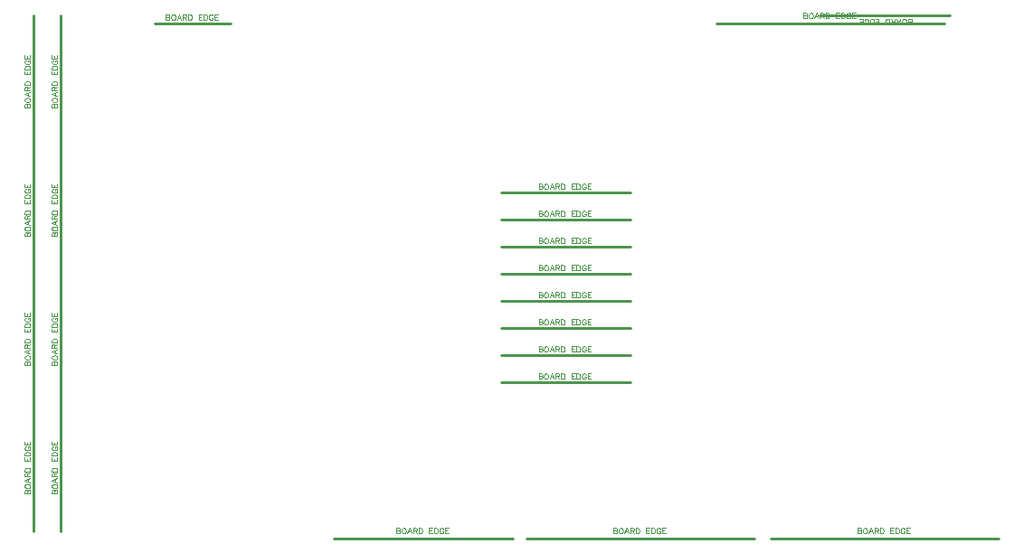
<source format=gbr>
G04 DipTrace 3.3.1.3*
G04 TopAssy.gbr*
%MOMM*%
G04 #@! TF.FileFunction,Drawing,Top*
G04 #@! TF.Part,Single*
%ADD10C,0.25*%
G04 #@! TA.AperFunction,Nonconductor*
%ADD51C,0.07843*%
%FSLAX35Y35*%
G04*
G71*
G90*
G75*
G01*
G04 TopAssy*
%LPD*%
X5778000Y1405992D2*
D10*
X7906000D1*
X8064000D2*
X10192000D1*
X7556000Y6231992D2*
X9684000D1*
X9736000Y6308994D2*
X8520000D1*
X2297000Y6232006D2*
X3005000D1*
X3974000Y1405992D2*
X5646000D1*
X1165494Y5091000D2*
Y6307000D1*
X1419494Y5091000D2*
Y6307000D1*
X1165494Y3884500D2*
Y5100500D1*
X1419494Y3884500D2*
Y5100500D1*
X1165494Y2678000D2*
Y3894000D1*
X1419494Y2678000D2*
Y3894000D1*
X1165494Y1471500D2*
Y2687500D1*
X1419494Y1471500D2*
Y2687500D1*
X5535500Y4644506D2*
X6751500D1*
X5535500Y4390506D2*
X6751500D1*
X5535500Y4136506D2*
X6751500D1*
X5535500Y3882506D2*
X6751500D1*
X5535500Y3628506D2*
X6751500D1*
X5535500Y3374506D2*
X6751500D1*
X5535500Y3120506D2*
X6751500D1*
X5535500Y2866506D2*
X6751500D1*
X6589498Y1503270D2*
D51*
Y1452226D1*
X6611398D1*
X6618698Y1454697D1*
X6621112Y1457112D1*
X6623527Y1461941D1*
Y1469241D1*
X6621112Y1474126D1*
X6618698Y1476541D1*
X6611398Y1478955D1*
X6618698Y1481426D1*
X6621112Y1483841D1*
X6623527Y1488670D1*
Y1493555D1*
X6621112Y1498385D1*
X6618698Y1500855D1*
X6611398Y1503270D1*
X6589498D1*
Y1478955D2*
X6611398D1*
X6653813Y1503270D2*
X6648928Y1500855D1*
X6644098Y1495970D1*
X6641628Y1491141D1*
X6639213Y1483841D1*
Y1471655D1*
X6641628Y1464412D1*
X6644098Y1459526D1*
X6648928Y1454697D1*
X6653813Y1452226D1*
X6663528D1*
X6668357Y1454697D1*
X6673242Y1459526D1*
X6675657Y1464412D1*
X6678072Y1471655D1*
Y1483841D1*
X6675657Y1491141D1*
X6673242Y1495970D1*
X6668357Y1500855D1*
X6663528Y1503270D1*
X6653813D1*
X6732672Y1452226D2*
X6713187Y1503270D1*
X6693758Y1452226D1*
X6701058Y1469241D2*
X6725372D1*
X6748359Y1478955D2*
X6770203D1*
X6777503Y1481426D1*
X6779973Y1483841D1*
X6782388Y1488670D1*
Y1493555D1*
X6779973Y1498385D1*
X6777503Y1500855D1*
X6770203Y1503270D1*
X6748359D1*
Y1452226D1*
X6765373Y1478955D2*
X6782388Y1452226D1*
X6798074Y1503270D2*
Y1452226D1*
X6815089D1*
X6822389Y1454697D1*
X6827274Y1459526D1*
X6829689Y1464412D1*
X6832103Y1471655D1*
Y1483841D1*
X6829689Y1491141D1*
X6827274Y1495970D1*
X6822389Y1500855D1*
X6815089Y1503270D1*
X6798074D1*
X6928727D2*
X6897168D1*
Y1452226D1*
X6928727D1*
X6897168Y1478955D2*
X6916598D1*
X6944413Y1503270D2*
Y1452226D1*
X6961428D1*
X6968728Y1454697D1*
X6973613Y1459526D1*
X6976028Y1464412D1*
X6978442Y1471655D1*
Y1483841D1*
X6976028Y1491141D1*
X6973613Y1495970D1*
X6968728Y1500855D1*
X6961428Y1503270D1*
X6944413D1*
X7030572Y1491141D2*
X7028158Y1495970D1*
X7023272Y1500855D1*
X7018443Y1503270D1*
X7008729D1*
X7003843Y1500855D1*
X6999014Y1495970D1*
X6996543Y1491141D1*
X6994129Y1483841D1*
Y1471655D1*
X6996543Y1464412D1*
X6999014Y1459526D1*
X7003843Y1454697D1*
X7008729Y1452226D1*
X7018443D1*
X7023272Y1454697D1*
X7028158Y1459526D1*
X7030572Y1464412D1*
Y1471655D1*
X7018443D1*
X7077817Y1503270D2*
X7046259D1*
Y1452226D1*
X7077817D1*
X7046259Y1478955D2*
X7065688D1*
X8875498Y1503270D2*
Y1452226D1*
X8897398D1*
X8904698Y1454697D1*
X8907112Y1457112D1*
X8909527Y1461941D1*
Y1469241D1*
X8907112Y1474126D1*
X8904698Y1476541D1*
X8897398Y1478955D1*
X8904698Y1481426D1*
X8907112Y1483841D1*
X8909527Y1488670D1*
Y1493555D1*
X8907112Y1498385D1*
X8904698Y1500855D1*
X8897398Y1503270D1*
X8875498D1*
Y1478955D2*
X8897398D1*
X8939813Y1503270D2*
X8934928Y1500855D1*
X8930098Y1495970D1*
X8927628Y1491141D1*
X8925213Y1483841D1*
Y1471655D1*
X8927628Y1464412D1*
X8930098Y1459526D1*
X8934928Y1454697D1*
X8939813Y1452226D1*
X8949528D1*
X8954357Y1454697D1*
X8959242Y1459526D1*
X8961657Y1464412D1*
X8964072Y1471655D1*
Y1483841D1*
X8961657Y1491141D1*
X8959242Y1495970D1*
X8954357Y1500855D1*
X8949528Y1503270D1*
X8939813D1*
X9018672Y1452226D2*
X8999187Y1503270D1*
X8979758Y1452226D1*
X8987058Y1469241D2*
X9011372D1*
X9034359Y1478955D2*
X9056203D1*
X9063503Y1481426D1*
X9065973Y1483841D1*
X9068388Y1488670D1*
Y1493555D1*
X9065973Y1498385D1*
X9063503Y1500855D1*
X9056203Y1503270D1*
X9034359D1*
Y1452226D1*
X9051373Y1478955D2*
X9068388Y1452226D1*
X9084074Y1503270D2*
Y1452226D1*
X9101089D1*
X9108389Y1454697D1*
X9113274Y1459526D1*
X9115689Y1464412D1*
X9118103Y1471655D1*
Y1483841D1*
X9115689Y1491141D1*
X9113274Y1495970D1*
X9108389Y1500855D1*
X9101089Y1503270D1*
X9084074D1*
X9214727D2*
X9183168D1*
Y1452226D1*
X9214727D1*
X9183168Y1478955D2*
X9202598D1*
X9230413Y1503270D2*
Y1452226D1*
X9247428D1*
X9254728Y1454697D1*
X9259613Y1459526D1*
X9262028Y1464412D1*
X9264442Y1471655D1*
Y1483841D1*
X9262028Y1491141D1*
X9259613Y1495970D1*
X9254728Y1500855D1*
X9247428Y1503270D1*
X9230413D1*
X9316572Y1491141D2*
X9314158Y1495970D1*
X9309272Y1500855D1*
X9304443Y1503270D1*
X9294729D1*
X9289843Y1500855D1*
X9285014Y1495970D1*
X9282543Y1491141D1*
X9280129Y1483841D1*
Y1471655D1*
X9282543Y1464412D1*
X9285014Y1459526D1*
X9289843Y1454697D1*
X9294729Y1452226D1*
X9304443D1*
X9309272Y1454697D1*
X9314158Y1459526D1*
X9316572Y1464412D1*
Y1471655D1*
X9304443D1*
X9363817Y1503270D2*
X9332259D1*
Y1452226D1*
X9363817D1*
X9332259Y1478955D2*
X9351688D1*
X8367498Y6329270D2*
Y6278226D1*
X8389398D1*
X8396698Y6280697D1*
X8399112Y6283112D1*
X8401527Y6287941D1*
Y6295241D1*
X8399112Y6300126D1*
X8396698Y6302541D1*
X8389398Y6304955D1*
X8396698Y6307426D1*
X8399112Y6309841D1*
X8401527Y6314670D1*
Y6319555D1*
X8399112Y6324385D1*
X8396698Y6326855D1*
X8389398Y6329270D1*
X8367498D1*
Y6304955D2*
X8389398D1*
X8431813Y6329270D2*
X8426928Y6326855D1*
X8422098Y6321970D1*
X8419628Y6317141D1*
X8417213Y6309841D1*
Y6297655D1*
X8419628Y6290412D1*
X8422098Y6285526D1*
X8426928Y6280697D1*
X8431813Y6278226D1*
X8441528D1*
X8446357Y6280697D1*
X8451242Y6285526D1*
X8453657Y6290412D1*
X8456072Y6297655D1*
Y6309841D1*
X8453657Y6317141D1*
X8451242Y6321970D1*
X8446357Y6326855D1*
X8441528Y6329270D1*
X8431813D1*
X8510672Y6278226D2*
X8491187Y6329270D1*
X8471758Y6278226D1*
X8479058Y6295241D2*
X8503372D1*
X8526359Y6304955D2*
X8548203D1*
X8555503Y6307426D1*
X8557973Y6309841D1*
X8560388Y6314670D1*
Y6319555D1*
X8557973Y6324385D1*
X8555503Y6326855D1*
X8548203Y6329270D1*
X8526359D1*
Y6278226D1*
X8543373Y6304955D2*
X8560388Y6278226D1*
X8576074Y6329270D2*
Y6278226D1*
X8593089D1*
X8600389Y6280697D1*
X8605274Y6285526D1*
X8607689Y6290412D1*
X8610103Y6297655D1*
Y6309841D1*
X8607689Y6317141D1*
X8605274Y6321970D1*
X8600389Y6326855D1*
X8593089Y6329270D1*
X8576074D1*
X8706727D2*
X8675168D1*
Y6278226D1*
X8706727D1*
X8675168Y6304955D2*
X8694598D1*
X8722413Y6329270D2*
Y6278226D1*
X8739428D1*
X8746728Y6280697D1*
X8751613Y6285526D1*
X8754028Y6290412D1*
X8756442Y6297655D1*
Y6309841D1*
X8754028Y6317141D1*
X8751613Y6321970D1*
X8746728Y6326855D1*
X8739428Y6329270D1*
X8722413D1*
X8808572Y6317141D2*
X8806158Y6321970D1*
X8801272Y6326855D1*
X8796443Y6329270D1*
X8786729D1*
X8781843Y6326855D1*
X8777014Y6321970D1*
X8774543Y6317141D1*
X8772129Y6309841D1*
Y6297655D1*
X8774543Y6290412D1*
X8777014Y6285526D1*
X8781843Y6280697D1*
X8786729Y6278226D1*
X8796443D1*
X8801272Y6280697D1*
X8806158Y6285526D1*
X8808572Y6290412D1*
Y6297655D1*
X8796443D1*
X8855817Y6329270D2*
X8824259D1*
Y6278226D1*
X8855817D1*
X8824259Y6304955D2*
X8843688D1*
X9380532Y6224230D2*
Y6275274D1*
X9358633D1*
X9351333Y6272803D1*
X9348918Y6270389D1*
X9346503Y6265559D1*
Y6258259D1*
X9348918Y6253374D1*
X9351333Y6250959D1*
X9358633Y6248545D1*
X9351333Y6246074D1*
X9348918Y6243659D1*
X9346503Y6238830D1*
Y6233945D1*
X9348918Y6229116D1*
X9351333Y6226645D1*
X9358633Y6224230D1*
X9380532D1*
Y6248545D2*
X9358633D1*
X9316217Y6224230D2*
X9321103Y6226645D1*
X9325932Y6231530D1*
X9328403Y6236359D1*
X9330817Y6243659D1*
Y6255845D1*
X9328403Y6263089D1*
X9325932Y6267974D1*
X9321103Y6272803D1*
X9316217Y6275274D1*
X9306503D1*
X9301673Y6272803D1*
X9296788Y6267974D1*
X9294373Y6263089D1*
X9291959Y6255845D1*
Y6243659D1*
X9294373Y6236359D1*
X9296788Y6231530D1*
X9301673Y6226645D1*
X9306503Y6224230D1*
X9316217D1*
X9237358Y6275274D2*
X9256843Y6224230D1*
X9276273Y6275274D1*
X9268973Y6258259D2*
X9244658D1*
X9221672Y6248545D2*
X9199828D1*
X9192528Y6246074D1*
X9190057Y6243659D1*
X9187642Y6238830D1*
Y6233945D1*
X9190057Y6229116D1*
X9192528Y6226645D1*
X9199828Y6224230D1*
X9221672D1*
Y6275274D1*
X9204657Y6248545D2*
X9187642Y6275274D1*
X9171956Y6224230D2*
Y6275274D1*
X9154942D1*
X9147642Y6272803D1*
X9142756Y6267974D1*
X9140342Y6263089D1*
X9137927Y6255845D1*
Y6243659D1*
X9140342Y6236359D1*
X9142756Y6231530D1*
X9147642Y6226645D1*
X9154942Y6224230D1*
X9171956D1*
X9041304D2*
X9072862D1*
Y6275274D1*
X9041304D1*
X9072862Y6248545D2*
X9053433D1*
X9025617Y6224230D2*
Y6275274D1*
X9008603D1*
X9001303Y6272803D1*
X8996417Y6267974D1*
X8994003Y6263089D1*
X8991588Y6255845D1*
Y6243659D1*
X8994003Y6236359D1*
X8996417Y6231530D1*
X9001303Y6226645D1*
X9008603Y6224230D1*
X9025617D1*
X8939458Y6236359D2*
X8941873Y6231530D1*
X8946758Y6226645D1*
X8951587Y6224230D1*
X8961302D1*
X8966187Y6226645D1*
X8971016Y6231530D1*
X8973487Y6236359D1*
X8975902Y6243659D1*
Y6255845D1*
X8973487Y6263089D1*
X8971016Y6267974D1*
X8966187Y6272803D1*
X8961302Y6275274D1*
X8951587D1*
X8946758Y6272803D1*
X8941873Y6267974D1*
X8939458Y6263089D1*
Y6255845D1*
X8951587D1*
X8892213Y6224230D2*
X8923772D1*
Y6275274D1*
X8892213D1*
X8923772Y6248545D2*
X8904343D1*
X2400891Y6316770D2*
Y6265726D1*
X2422791D1*
X2430091Y6268197D1*
X2432506Y6270612D1*
X2434920Y6275441D1*
Y6282741D1*
X2432506Y6287626D1*
X2430091Y6290041D1*
X2422791Y6292455D1*
X2430091Y6294926D1*
X2432506Y6297341D1*
X2434920Y6302170D1*
Y6307055D1*
X2432506Y6311885D1*
X2430091Y6314355D1*
X2422791Y6316770D1*
X2400891D1*
Y6292455D2*
X2422791D1*
X2465207Y6316770D2*
X2460321Y6314355D1*
X2455492Y6309470D1*
X2453021Y6304641D1*
X2450607Y6297341D1*
Y6285155D1*
X2453021Y6277912D1*
X2455492Y6273026D1*
X2460321Y6268197D1*
X2465207Y6265726D1*
X2474921D1*
X2479751Y6268197D1*
X2484636Y6273026D1*
X2487051Y6277912D1*
X2489465Y6285155D1*
Y6297341D1*
X2487051Y6304641D1*
X2484636Y6309470D1*
X2479751Y6314355D1*
X2474921Y6316770D1*
X2465207D1*
X2544066Y6265726D2*
X2524581Y6316770D1*
X2505151Y6265726D1*
X2512451Y6282741D2*
X2536766D1*
X2559752Y6292455D2*
X2581596D1*
X2588896Y6294926D1*
X2591367Y6297341D1*
X2593782Y6302170D1*
Y6307055D1*
X2591367Y6311885D1*
X2588896Y6314355D1*
X2581596Y6316770D1*
X2559752D1*
Y6265726D1*
X2576767Y6292455D2*
X2593782Y6265726D1*
X2609468Y6316770D2*
Y6265726D1*
X2626482D1*
X2633782Y6268197D1*
X2638668Y6273026D1*
X2641082Y6277912D1*
X2643497Y6285155D1*
Y6297341D1*
X2641082Y6304641D1*
X2638668Y6309470D1*
X2633782Y6314355D1*
X2626482Y6316770D1*
X2609468D1*
X2740120D2*
X2708562D1*
Y6265726D1*
X2740120D1*
X2708562Y6292455D2*
X2727991D1*
X2755807Y6316770D2*
Y6265726D1*
X2772821D1*
X2780121Y6268197D1*
X2785007Y6273026D1*
X2787421Y6277912D1*
X2789836Y6285155D1*
Y6297341D1*
X2787421Y6304641D1*
X2785007Y6309470D1*
X2780121Y6314355D1*
X2772821Y6316770D1*
X2755807D1*
X2841966Y6304641D2*
X2839551Y6309470D1*
X2834666Y6314355D1*
X2829837Y6316770D1*
X2820122D1*
X2815237Y6314355D1*
X2810408Y6309470D1*
X2807937Y6304641D1*
X2805522Y6297341D1*
Y6285155D1*
X2807937Y6277912D1*
X2810408Y6273026D1*
X2815237Y6268197D1*
X2820122Y6265726D1*
X2829837D1*
X2834666Y6268197D1*
X2839551Y6273026D1*
X2841966Y6277912D1*
Y6285155D1*
X2829837D1*
X2889211Y6316770D2*
X2857652D1*
Y6265726D1*
X2889211D1*
X2857652Y6292455D2*
X2877081D1*
X4557437Y1503270D2*
Y1452226D1*
X4579337D1*
X4586637Y1454697D1*
X4589051Y1457112D1*
X4591466Y1461941D1*
Y1469241D1*
X4589051Y1474126D1*
X4586637Y1476541D1*
X4579337Y1478955D1*
X4586637Y1481426D1*
X4589051Y1483841D1*
X4591466Y1488670D1*
Y1493555D1*
X4589051Y1498385D1*
X4586637Y1500855D1*
X4579337Y1503270D1*
X4557437D1*
Y1478955D2*
X4579337D1*
X4621752Y1503270D2*
X4616867Y1500855D1*
X4612038Y1495970D1*
X4609567Y1491141D1*
X4607152Y1483841D1*
Y1471655D1*
X4609567Y1464412D1*
X4612038Y1459526D1*
X4616867Y1454697D1*
X4621752Y1452226D1*
X4631467D1*
X4636296Y1454697D1*
X4641182Y1459526D1*
X4643596Y1464412D1*
X4646011Y1471655D1*
Y1483841D1*
X4643596Y1491141D1*
X4641182Y1495970D1*
X4636296Y1500855D1*
X4631467Y1503270D1*
X4621752D1*
X4700612Y1452226D2*
X4681126Y1503270D1*
X4661697Y1452226D1*
X4668997Y1469241D2*
X4693312D1*
X4716298Y1478955D2*
X4738142D1*
X4745442Y1481426D1*
X4747913Y1483841D1*
X4750327Y1488670D1*
Y1493555D1*
X4747913Y1498385D1*
X4745442Y1500855D1*
X4738142Y1503270D1*
X4716298D1*
Y1452226D1*
X4733313Y1478955D2*
X4750327Y1452226D1*
X4766013Y1503270D2*
Y1452226D1*
X4783028D1*
X4790328Y1454697D1*
X4795213Y1459526D1*
X4797628Y1464412D1*
X4800043Y1471655D1*
Y1483841D1*
X4797628Y1491141D1*
X4795213Y1495970D1*
X4790328Y1500855D1*
X4783028Y1503270D1*
X4766013D1*
X4896666D2*
X4865107D1*
Y1452226D1*
X4896666D1*
X4865107Y1478955D2*
X4884537D1*
X4912352Y1503270D2*
Y1452226D1*
X4929367D1*
X4936667Y1454697D1*
X4941552Y1459526D1*
X4943967Y1464412D1*
X4946381Y1471655D1*
Y1483841D1*
X4943967Y1491141D1*
X4941552Y1495970D1*
X4936667Y1500855D1*
X4929367Y1503270D1*
X4912352D1*
X4998512Y1491141D2*
X4996097Y1495970D1*
X4991212Y1500855D1*
X4986382Y1503270D1*
X4976668D1*
X4971782Y1500855D1*
X4966953Y1495970D1*
X4964482Y1491141D1*
X4962068Y1483841D1*
Y1471655D1*
X4964482Y1464412D1*
X4966953Y1459526D1*
X4971782Y1454697D1*
X4976668Y1452226D1*
X4986382D1*
X4991212Y1454697D1*
X4996097Y1459526D1*
X4998512Y1464412D1*
Y1471655D1*
X4986382D1*
X5045756Y1503270D2*
X5014198D1*
Y1452226D1*
X5045756D1*
X5014198Y1478955D2*
X5033627D1*
X1080730Y5446468D2*
X1131774D1*
Y5468367D1*
X1129303Y5475667D1*
X1126889Y5478082D1*
X1122059Y5480497D1*
X1114759D1*
X1109874Y5478082D1*
X1107459Y5475667D1*
X1105045Y5468367D1*
X1102574Y5475667D1*
X1100159Y5478082D1*
X1095330Y5480497D1*
X1090445D1*
X1085616Y5478082D1*
X1083145Y5475667D1*
X1080730Y5468367D1*
Y5446468D1*
X1105045D2*
Y5468367D1*
X1080730Y5510783D2*
X1083145Y5505897D1*
X1088030Y5501068D1*
X1092859Y5498597D1*
X1100159Y5496183D1*
X1112345D1*
X1119589Y5498597D1*
X1124474Y5501068D1*
X1129303Y5505897D1*
X1131774Y5510783D1*
Y5520497D1*
X1129303Y5525327D1*
X1124474Y5530212D1*
X1119589Y5532627D1*
X1112345Y5535041D1*
X1100159D1*
X1092859Y5532627D1*
X1088030Y5530212D1*
X1083145Y5525327D1*
X1080730Y5520497D1*
Y5510783D1*
X1131774Y5589642D2*
X1080730Y5570157D1*
X1131774Y5550727D1*
X1114759Y5558027D2*
Y5582342D1*
X1105045Y5605328D2*
Y5627172D1*
X1102574Y5634472D1*
X1100159Y5636943D1*
X1095330Y5639358D1*
X1090445D1*
X1085616Y5636943D1*
X1083145Y5634472D1*
X1080730Y5627172D1*
Y5605328D1*
X1131774D1*
X1105045Y5622343D2*
X1131774Y5639358D1*
X1080730Y5655044D2*
X1131774D1*
Y5672058D1*
X1129303Y5679358D1*
X1124474Y5684244D1*
X1119589Y5686658D1*
X1112345Y5689073D1*
X1100159D1*
X1092859Y5686658D1*
X1088030Y5684244D1*
X1083145Y5679358D1*
X1080730Y5672058D1*
Y5655044D1*
Y5785696D2*
Y5754138D1*
X1131774D1*
Y5785696D1*
X1105045Y5754138D2*
Y5773567D1*
X1080730Y5801383D2*
X1131774D1*
Y5818397D1*
X1129303Y5825697D1*
X1124474Y5830583D1*
X1119589Y5832997D1*
X1112345Y5835412D1*
X1100159D1*
X1092859Y5832997D1*
X1088030Y5830583D1*
X1083145Y5825697D1*
X1080730Y5818397D1*
Y5801383D1*
X1092859Y5887542D2*
X1088030Y5885127D1*
X1083145Y5880242D1*
X1080730Y5875413D1*
Y5865698D1*
X1083145Y5860813D1*
X1088030Y5855984D1*
X1092859Y5853513D1*
X1100159Y5851098D1*
X1112345D1*
X1119589Y5853513D1*
X1124474Y5855984D1*
X1129303Y5860813D1*
X1131774Y5865698D1*
Y5875413D1*
X1129303Y5880242D1*
X1124474Y5885127D1*
X1119589Y5887542D1*
X1112345D1*
Y5875413D1*
X1080730Y5934787D2*
Y5903228D1*
X1131774D1*
Y5934787D1*
X1105045Y5903228D2*
Y5922657D1*
X1334730Y5446468D2*
X1385774D1*
Y5468367D1*
X1383303Y5475667D1*
X1380889Y5478082D1*
X1376059Y5480497D1*
X1368759D1*
X1363874Y5478082D1*
X1361459Y5475667D1*
X1359045Y5468367D1*
X1356574Y5475667D1*
X1354159Y5478082D1*
X1349330Y5480497D1*
X1344445D1*
X1339616Y5478082D1*
X1337145Y5475667D1*
X1334730Y5468367D1*
Y5446468D1*
X1359045D2*
Y5468367D1*
X1334730Y5510783D2*
X1337145Y5505897D1*
X1342030Y5501068D1*
X1346859Y5498597D1*
X1354159Y5496183D1*
X1366345D1*
X1373589Y5498597D1*
X1378474Y5501068D1*
X1383303Y5505897D1*
X1385774Y5510783D1*
Y5520497D1*
X1383303Y5525327D1*
X1378474Y5530212D1*
X1373589Y5532627D1*
X1366345Y5535041D1*
X1354159D1*
X1346859Y5532627D1*
X1342030Y5530212D1*
X1337145Y5525327D1*
X1334730Y5520497D1*
Y5510783D1*
X1385774Y5589642D2*
X1334730Y5570157D1*
X1385774Y5550727D1*
X1368759Y5558027D2*
Y5582342D1*
X1359045Y5605328D2*
Y5627172D1*
X1356574Y5634472D1*
X1354159Y5636943D1*
X1349330Y5639358D1*
X1344445D1*
X1339616Y5636943D1*
X1337145Y5634472D1*
X1334730Y5627172D1*
Y5605328D1*
X1385774D1*
X1359045Y5622343D2*
X1385774Y5639358D1*
X1334730Y5655044D2*
X1385774D1*
Y5672058D1*
X1383303Y5679358D1*
X1378474Y5684244D1*
X1373589Y5686658D1*
X1366345Y5689073D1*
X1354159D1*
X1346859Y5686658D1*
X1342030Y5684244D1*
X1337145Y5679358D1*
X1334730Y5672058D1*
Y5655044D1*
Y5785696D2*
Y5754138D1*
X1385774D1*
Y5785696D1*
X1359045Y5754138D2*
Y5773567D1*
X1334730Y5801383D2*
X1385774D1*
Y5818397D1*
X1383303Y5825697D1*
X1378474Y5830583D1*
X1373589Y5832997D1*
X1366345Y5835412D1*
X1354159D1*
X1346859Y5832997D1*
X1342030Y5830583D1*
X1337145Y5825697D1*
X1334730Y5818397D1*
Y5801383D1*
X1346859Y5887542D2*
X1342030Y5885127D1*
X1337145Y5880242D1*
X1334730Y5875413D1*
Y5865698D1*
X1337145Y5860813D1*
X1342030Y5855984D1*
X1346859Y5853513D1*
X1354159Y5851098D1*
X1366345D1*
X1373589Y5853513D1*
X1378474Y5855984D1*
X1383303Y5860813D1*
X1385774Y5865698D1*
Y5875413D1*
X1383303Y5880242D1*
X1378474Y5885127D1*
X1373589Y5887542D1*
X1366345D1*
Y5875413D1*
X1334730Y5934787D2*
Y5903228D1*
X1385774D1*
Y5934787D1*
X1359045Y5903228D2*
Y5922657D1*
X1080730Y4239968D2*
X1131774D1*
Y4261867D1*
X1129303Y4269167D1*
X1126889Y4271582D1*
X1122059Y4273997D1*
X1114759D1*
X1109874Y4271582D1*
X1107459Y4269167D1*
X1105045Y4261867D1*
X1102574Y4269167D1*
X1100159Y4271582D1*
X1095330Y4273997D1*
X1090445D1*
X1085616Y4271582D1*
X1083145Y4269167D1*
X1080730Y4261867D1*
Y4239968D1*
X1105045D2*
Y4261867D1*
X1080730Y4304283D2*
X1083145Y4299397D1*
X1088030Y4294568D1*
X1092859Y4292097D1*
X1100159Y4289683D1*
X1112345D1*
X1119589Y4292097D1*
X1124474Y4294568D1*
X1129303Y4299397D1*
X1131774Y4304283D1*
Y4313997D1*
X1129303Y4318827D1*
X1124474Y4323712D1*
X1119589Y4326127D1*
X1112345Y4328541D1*
X1100159D1*
X1092859Y4326127D1*
X1088030Y4323712D1*
X1083145Y4318827D1*
X1080730Y4313997D1*
Y4304283D1*
X1131774Y4383142D2*
X1080730Y4363657D1*
X1131774Y4344227D1*
X1114759Y4351527D2*
Y4375842D1*
X1105045Y4398828D2*
Y4420672D1*
X1102574Y4427972D1*
X1100159Y4430443D1*
X1095330Y4432858D1*
X1090445D1*
X1085616Y4430443D1*
X1083145Y4427972D1*
X1080730Y4420672D1*
Y4398828D1*
X1131774D1*
X1105045Y4415843D2*
X1131774Y4432858D1*
X1080730Y4448544D2*
X1131774D1*
Y4465558D1*
X1129303Y4472858D1*
X1124474Y4477744D1*
X1119589Y4480158D1*
X1112345Y4482573D1*
X1100159D1*
X1092859Y4480158D1*
X1088030Y4477744D1*
X1083145Y4472858D1*
X1080730Y4465558D1*
Y4448544D1*
Y4579196D2*
Y4547638D1*
X1131774D1*
Y4579196D1*
X1105045Y4547638D2*
Y4567067D1*
X1080730Y4594883D2*
X1131774D1*
Y4611897D1*
X1129303Y4619197D1*
X1124474Y4624083D1*
X1119589Y4626497D1*
X1112345Y4628912D1*
X1100159D1*
X1092859Y4626497D1*
X1088030Y4624083D1*
X1083145Y4619197D1*
X1080730Y4611897D1*
Y4594883D1*
X1092859Y4681042D2*
X1088030Y4678627D1*
X1083145Y4673742D1*
X1080730Y4668913D1*
Y4659198D1*
X1083145Y4654313D1*
X1088030Y4649484D1*
X1092859Y4647013D1*
X1100159Y4644598D1*
X1112345D1*
X1119589Y4647013D1*
X1124474Y4649484D1*
X1129303Y4654313D1*
X1131774Y4659198D1*
Y4668913D1*
X1129303Y4673742D1*
X1124474Y4678627D1*
X1119589Y4681042D1*
X1112345D1*
Y4668913D1*
X1080730Y4728287D2*
Y4696728D1*
X1131774D1*
Y4728287D1*
X1105045Y4696728D2*
Y4716157D1*
X1334730Y4239968D2*
X1385774D1*
Y4261867D1*
X1383303Y4269167D1*
X1380889Y4271582D1*
X1376059Y4273997D1*
X1368759D1*
X1363874Y4271582D1*
X1361459Y4269167D1*
X1359045Y4261867D1*
X1356574Y4269167D1*
X1354159Y4271582D1*
X1349330Y4273997D1*
X1344445D1*
X1339616Y4271582D1*
X1337145Y4269167D1*
X1334730Y4261867D1*
Y4239968D1*
X1359045D2*
Y4261867D1*
X1334730Y4304283D2*
X1337145Y4299397D1*
X1342030Y4294568D1*
X1346859Y4292097D1*
X1354159Y4289683D1*
X1366345D1*
X1373589Y4292097D1*
X1378474Y4294568D1*
X1383303Y4299397D1*
X1385774Y4304283D1*
Y4313997D1*
X1383303Y4318827D1*
X1378474Y4323712D1*
X1373589Y4326127D1*
X1366345Y4328541D1*
X1354159D1*
X1346859Y4326127D1*
X1342030Y4323712D1*
X1337145Y4318827D1*
X1334730Y4313997D1*
Y4304283D1*
X1385774Y4383142D2*
X1334730Y4363657D1*
X1385774Y4344227D1*
X1368759Y4351527D2*
Y4375842D1*
X1359045Y4398828D2*
Y4420672D1*
X1356574Y4427972D1*
X1354159Y4430443D1*
X1349330Y4432858D1*
X1344445D1*
X1339616Y4430443D1*
X1337145Y4427972D1*
X1334730Y4420672D1*
Y4398828D1*
X1385774D1*
X1359045Y4415843D2*
X1385774Y4432858D1*
X1334730Y4448544D2*
X1385774D1*
Y4465558D1*
X1383303Y4472858D1*
X1378474Y4477744D1*
X1373589Y4480158D1*
X1366345Y4482573D1*
X1354159D1*
X1346859Y4480158D1*
X1342030Y4477744D1*
X1337145Y4472858D1*
X1334730Y4465558D1*
Y4448544D1*
Y4579196D2*
Y4547638D1*
X1385774D1*
Y4579196D1*
X1359045Y4547638D2*
Y4567067D1*
X1334730Y4594883D2*
X1385774D1*
Y4611897D1*
X1383303Y4619197D1*
X1378474Y4624083D1*
X1373589Y4626497D1*
X1366345Y4628912D1*
X1354159D1*
X1346859Y4626497D1*
X1342030Y4624083D1*
X1337145Y4619197D1*
X1334730Y4611897D1*
Y4594883D1*
X1346859Y4681042D2*
X1342030Y4678627D1*
X1337145Y4673742D1*
X1334730Y4668913D1*
Y4659198D1*
X1337145Y4654313D1*
X1342030Y4649484D1*
X1346859Y4647013D1*
X1354159Y4644598D1*
X1366345D1*
X1373589Y4647013D1*
X1378474Y4649484D1*
X1383303Y4654313D1*
X1385774Y4659198D1*
Y4668913D1*
X1383303Y4673742D1*
X1378474Y4678627D1*
X1373589Y4681042D1*
X1366345D1*
Y4668913D1*
X1334730Y4728287D2*
Y4696728D1*
X1385774D1*
Y4728287D1*
X1359045Y4696728D2*
Y4716157D1*
X1080730Y3033468D2*
X1131774D1*
Y3055367D1*
X1129303Y3062667D1*
X1126889Y3065082D1*
X1122059Y3067497D1*
X1114759D1*
X1109874Y3065082D1*
X1107459Y3062667D1*
X1105045Y3055367D1*
X1102574Y3062667D1*
X1100159Y3065082D1*
X1095330Y3067497D1*
X1090445D1*
X1085616Y3065082D1*
X1083145Y3062667D1*
X1080730Y3055367D1*
Y3033468D1*
X1105045D2*
Y3055367D1*
X1080730Y3097783D2*
X1083145Y3092897D1*
X1088030Y3088068D1*
X1092859Y3085597D1*
X1100159Y3083183D1*
X1112345D1*
X1119589Y3085597D1*
X1124474Y3088068D1*
X1129303Y3092897D1*
X1131774Y3097783D1*
Y3107497D1*
X1129303Y3112327D1*
X1124474Y3117212D1*
X1119589Y3119627D1*
X1112345Y3122041D1*
X1100159D1*
X1092859Y3119627D1*
X1088030Y3117212D1*
X1083145Y3112327D1*
X1080730Y3107497D1*
Y3097783D1*
X1131774Y3176642D2*
X1080730Y3157157D1*
X1131774Y3137727D1*
X1114759Y3145027D2*
Y3169342D1*
X1105045Y3192328D2*
Y3214172D1*
X1102574Y3221472D1*
X1100159Y3223943D1*
X1095330Y3226358D1*
X1090445D1*
X1085616Y3223943D1*
X1083145Y3221472D1*
X1080730Y3214172D1*
Y3192328D1*
X1131774D1*
X1105045Y3209343D2*
X1131774Y3226358D1*
X1080730Y3242044D2*
X1131774D1*
Y3259058D1*
X1129303Y3266358D1*
X1124474Y3271244D1*
X1119589Y3273658D1*
X1112345Y3276073D1*
X1100159D1*
X1092859Y3273658D1*
X1088030Y3271244D1*
X1083145Y3266358D1*
X1080730Y3259058D1*
Y3242044D1*
Y3372696D2*
Y3341138D1*
X1131774D1*
Y3372696D1*
X1105045Y3341138D2*
Y3360567D1*
X1080730Y3388383D2*
X1131774D1*
Y3405397D1*
X1129303Y3412697D1*
X1124474Y3417583D1*
X1119589Y3419997D1*
X1112345Y3422412D1*
X1100159D1*
X1092859Y3419997D1*
X1088030Y3417583D1*
X1083145Y3412697D1*
X1080730Y3405397D1*
Y3388383D1*
X1092859Y3474542D2*
X1088030Y3472127D1*
X1083145Y3467242D1*
X1080730Y3462413D1*
Y3452698D1*
X1083145Y3447813D1*
X1088030Y3442984D1*
X1092859Y3440513D1*
X1100159Y3438098D1*
X1112345D1*
X1119589Y3440513D1*
X1124474Y3442984D1*
X1129303Y3447813D1*
X1131774Y3452698D1*
Y3462413D1*
X1129303Y3467242D1*
X1124474Y3472127D1*
X1119589Y3474542D1*
X1112345D1*
Y3462413D1*
X1080730Y3521787D2*
Y3490228D1*
X1131774D1*
Y3521787D1*
X1105045Y3490228D2*
Y3509657D1*
X1334730Y3033468D2*
X1385774D1*
Y3055367D1*
X1383303Y3062667D1*
X1380889Y3065082D1*
X1376059Y3067497D1*
X1368759D1*
X1363874Y3065082D1*
X1361459Y3062667D1*
X1359045Y3055367D1*
X1356574Y3062667D1*
X1354159Y3065082D1*
X1349330Y3067497D1*
X1344445D1*
X1339616Y3065082D1*
X1337145Y3062667D1*
X1334730Y3055367D1*
Y3033468D1*
X1359045D2*
Y3055367D1*
X1334730Y3097783D2*
X1337145Y3092897D1*
X1342030Y3088068D1*
X1346859Y3085597D1*
X1354159Y3083183D1*
X1366345D1*
X1373589Y3085597D1*
X1378474Y3088068D1*
X1383303Y3092897D1*
X1385774Y3097783D1*
Y3107497D1*
X1383303Y3112327D1*
X1378474Y3117212D1*
X1373589Y3119627D1*
X1366345Y3122041D1*
X1354159D1*
X1346859Y3119627D1*
X1342030Y3117212D1*
X1337145Y3112327D1*
X1334730Y3107497D1*
Y3097783D1*
X1385774Y3176642D2*
X1334730Y3157157D1*
X1385774Y3137727D1*
X1368759Y3145027D2*
Y3169342D1*
X1359045Y3192328D2*
Y3214172D1*
X1356574Y3221472D1*
X1354159Y3223943D1*
X1349330Y3226358D1*
X1344445D1*
X1339616Y3223943D1*
X1337145Y3221472D1*
X1334730Y3214172D1*
Y3192328D1*
X1385774D1*
X1359045Y3209343D2*
X1385774Y3226358D1*
X1334730Y3242044D2*
X1385774D1*
Y3259058D1*
X1383303Y3266358D1*
X1378474Y3271244D1*
X1373589Y3273658D1*
X1366345Y3276073D1*
X1354159D1*
X1346859Y3273658D1*
X1342030Y3271244D1*
X1337145Y3266358D1*
X1334730Y3259058D1*
Y3242044D1*
Y3372696D2*
Y3341138D1*
X1385774D1*
Y3372696D1*
X1359045Y3341138D2*
Y3360567D1*
X1334730Y3388383D2*
X1385774D1*
Y3405397D1*
X1383303Y3412697D1*
X1378474Y3417583D1*
X1373589Y3419997D1*
X1366345Y3422412D1*
X1354159D1*
X1346859Y3419997D1*
X1342030Y3417583D1*
X1337145Y3412697D1*
X1334730Y3405397D1*
Y3388383D1*
X1346859Y3474542D2*
X1342030Y3472127D1*
X1337145Y3467242D1*
X1334730Y3462413D1*
Y3452698D1*
X1337145Y3447813D1*
X1342030Y3442984D1*
X1346859Y3440513D1*
X1354159Y3438098D1*
X1366345D1*
X1373589Y3440513D1*
X1378474Y3442984D1*
X1383303Y3447813D1*
X1385774Y3452698D1*
Y3462413D1*
X1383303Y3467242D1*
X1378474Y3472127D1*
X1373589Y3474542D1*
X1366345D1*
Y3462413D1*
X1334730Y3521787D2*
Y3490228D1*
X1385774D1*
Y3521787D1*
X1359045Y3490228D2*
Y3509657D1*
X1080730Y1826968D2*
X1131774D1*
Y1848867D1*
X1129303Y1856167D1*
X1126889Y1858582D1*
X1122059Y1860997D1*
X1114759D1*
X1109874Y1858582D1*
X1107459Y1856167D1*
X1105045Y1848867D1*
X1102574Y1856167D1*
X1100159Y1858582D1*
X1095330Y1860997D1*
X1090445D1*
X1085616Y1858582D1*
X1083145Y1856167D1*
X1080730Y1848867D1*
Y1826968D1*
X1105045D2*
Y1848867D1*
X1080730Y1891283D2*
X1083145Y1886397D1*
X1088030Y1881568D1*
X1092859Y1879097D1*
X1100159Y1876683D1*
X1112345D1*
X1119589Y1879097D1*
X1124474Y1881568D1*
X1129303Y1886397D1*
X1131774Y1891283D1*
Y1900997D1*
X1129303Y1905827D1*
X1124474Y1910712D1*
X1119589Y1913127D1*
X1112345Y1915541D1*
X1100159D1*
X1092859Y1913127D1*
X1088030Y1910712D1*
X1083145Y1905827D1*
X1080730Y1900997D1*
Y1891283D1*
X1131774Y1970142D2*
X1080730Y1950657D1*
X1131774Y1931227D1*
X1114759Y1938527D2*
Y1962842D1*
X1105045Y1985828D2*
Y2007672D1*
X1102574Y2014972D1*
X1100159Y2017443D1*
X1095330Y2019858D1*
X1090445D1*
X1085616Y2017443D1*
X1083145Y2014972D1*
X1080730Y2007672D1*
Y1985828D1*
X1131774D1*
X1105045Y2002843D2*
X1131774Y2019858D1*
X1080730Y2035544D2*
X1131774D1*
Y2052558D1*
X1129303Y2059858D1*
X1124474Y2064744D1*
X1119589Y2067158D1*
X1112345Y2069573D1*
X1100159D1*
X1092859Y2067158D1*
X1088030Y2064744D1*
X1083145Y2059858D1*
X1080730Y2052558D1*
Y2035544D1*
Y2166196D2*
Y2134638D1*
X1131774D1*
Y2166196D1*
X1105045Y2134638D2*
Y2154067D1*
X1080730Y2181883D2*
X1131774D1*
Y2198897D1*
X1129303Y2206197D1*
X1124474Y2211083D1*
X1119589Y2213497D1*
X1112345Y2215912D1*
X1100159D1*
X1092859Y2213497D1*
X1088030Y2211083D1*
X1083145Y2206197D1*
X1080730Y2198897D1*
Y2181883D1*
X1092859Y2268042D2*
X1088030Y2265627D1*
X1083145Y2260742D1*
X1080730Y2255913D1*
Y2246198D1*
X1083145Y2241313D1*
X1088030Y2236484D1*
X1092859Y2234013D1*
X1100159Y2231598D1*
X1112345D1*
X1119589Y2234013D1*
X1124474Y2236484D1*
X1129303Y2241313D1*
X1131774Y2246198D1*
Y2255913D1*
X1129303Y2260742D1*
X1124474Y2265627D1*
X1119589Y2268042D1*
X1112345D1*
Y2255913D1*
X1080730Y2315287D2*
Y2283728D1*
X1131774D1*
Y2315287D1*
X1105045Y2283728D2*
Y2303157D1*
X1334730Y1826968D2*
X1385774D1*
Y1848867D1*
X1383303Y1856167D1*
X1380889Y1858582D1*
X1376059Y1860997D1*
X1368759D1*
X1363874Y1858582D1*
X1361459Y1856167D1*
X1359045Y1848867D1*
X1356574Y1856167D1*
X1354159Y1858582D1*
X1349330Y1860997D1*
X1344445D1*
X1339616Y1858582D1*
X1337145Y1856167D1*
X1334730Y1848867D1*
Y1826968D1*
X1359045D2*
Y1848867D1*
X1334730Y1891283D2*
X1337145Y1886397D1*
X1342030Y1881568D1*
X1346859Y1879097D1*
X1354159Y1876683D1*
X1366345D1*
X1373589Y1879097D1*
X1378474Y1881568D1*
X1383303Y1886397D1*
X1385774Y1891283D1*
Y1900997D1*
X1383303Y1905827D1*
X1378474Y1910712D1*
X1373589Y1913127D1*
X1366345Y1915541D1*
X1354159D1*
X1346859Y1913127D1*
X1342030Y1910712D1*
X1337145Y1905827D1*
X1334730Y1900997D1*
Y1891283D1*
X1385774Y1970142D2*
X1334730Y1950657D1*
X1385774Y1931227D1*
X1368759Y1938527D2*
Y1962842D1*
X1359045Y1985828D2*
Y2007672D1*
X1356574Y2014972D1*
X1354159Y2017443D1*
X1349330Y2019858D1*
X1344445D1*
X1339616Y2017443D1*
X1337145Y2014972D1*
X1334730Y2007672D1*
Y1985828D1*
X1385774D1*
X1359045Y2002843D2*
X1385774Y2019858D1*
X1334730Y2035544D2*
X1385774D1*
Y2052558D1*
X1383303Y2059858D1*
X1378474Y2064744D1*
X1373589Y2067158D1*
X1366345Y2069573D1*
X1354159D1*
X1346859Y2067158D1*
X1342030Y2064744D1*
X1337145Y2059858D1*
X1334730Y2052558D1*
Y2035544D1*
Y2166196D2*
Y2134638D1*
X1385774D1*
Y2166196D1*
X1359045Y2134638D2*
Y2154067D1*
X1334730Y2181883D2*
X1385774D1*
Y2198897D1*
X1383303Y2206197D1*
X1378474Y2211083D1*
X1373589Y2213497D1*
X1366345Y2215912D1*
X1354159D1*
X1346859Y2213497D1*
X1342030Y2211083D1*
X1337145Y2206197D1*
X1334730Y2198897D1*
Y2181883D1*
X1346859Y2268042D2*
X1342030Y2265627D1*
X1337145Y2260742D1*
X1334730Y2255913D1*
Y2246198D1*
X1337145Y2241313D1*
X1342030Y2236484D1*
X1346859Y2234013D1*
X1354159Y2231598D1*
X1366345D1*
X1373589Y2234013D1*
X1378474Y2236484D1*
X1383303Y2241313D1*
X1385774Y2246198D1*
Y2255913D1*
X1383303Y2260742D1*
X1378474Y2265627D1*
X1373589Y2268042D1*
X1366345D1*
Y2255913D1*
X1334730Y2315287D2*
Y2283728D1*
X1385774D1*
Y2315287D1*
X1359045Y2283728D2*
Y2303157D1*
X5890967Y4729270D2*
Y4678226D1*
X5912867D1*
X5920167Y4680697D1*
X5922582Y4683112D1*
X5924996Y4687941D1*
Y4695241D1*
X5922582Y4700126D1*
X5920167Y4702541D1*
X5912867Y4704955D1*
X5920167Y4707426D1*
X5922582Y4709841D1*
X5924996Y4714670D1*
Y4719555D1*
X5922582Y4724385D1*
X5920167Y4726855D1*
X5912867Y4729270D1*
X5890967D1*
Y4704955D2*
X5912867D1*
X5955283Y4729270D2*
X5950397Y4726855D1*
X5945568Y4721970D1*
X5943097Y4717141D1*
X5940683Y4709841D1*
Y4697655D1*
X5943097Y4690412D1*
X5945568Y4685526D1*
X5950397Y4680697D1*
X5955283Y4678226D1*
X5964997D1*
X5969827Y4680697D1*
X5974712Y4685526D1*
X5977127Y4690412D1*
X5979541Y4697655D1*
Y4709841D1*
X5977127Y4717141D1*
X5974712Y4721970D1*
X5969827Y4726855D1*
X5964997Y4729270D1*
X5955283D1*
X6034142Y4678226D2*
X6014657Y4729270D1*
X5995227Y4678226D1*
X6002527Y4695241D2*
X6026842D1*
X6049828Y4704955D2*
X6071672D1*
X6078972Y4707426D1*
X6081443Y4709841D1*
X6083858Y4714670D1*
Y4719555D1*
X6081443Y4724385D1*
X6078972Y4726855D1*
X6071672Y4729270D1*
X6049828D1*
Y4678226D1*
X6066843Y4704955D2*
X6083858Y4678226D1*
X6099544Y4729270D2*
Y4678226D1*
X6116558D1*
X6123858Y4680697D1*
X6128744Y4685526D1*
X6131158Y4690412D1*
X6133573Y4697655D1*
Y4709841D1*
X6131158Y4717141D1*
X6128744Y4721970D1*
X6123858Y4726855D1*
X6116558Y4729270D1*
X6099544D1*
X6230196D2*
X6198638D1*
Y4678226D1*
X6230196D1*
X6198638Y4704955D2*
X6218067D1*
X6245883Y4729270D2*
Y4678226D1*
X6262897D1*
X6270197Y4680697D1*
X6275083Y4685526D1*
X6277497Y4690412D1*
X6279912Y4697655D1*
Y4709841D1*
X6277497Y4717141D1*
X6275083Y4721970D1*
X6270197Y4726855D1*
X6262897Y4729270D1*
X6245883D1*
X6332042Y4717141D2*
X6329627Y4721970D1*
X6324742Y4726855D1*
X6319913Y4729270D1*
X6310198D1*
X6305313Y4726855D1*
X6300484Y4721970D1*
X6298013Y4717141D1*
X6295598Y4709841D1*
Y4697655D1*
X6298013Y4690412D1*
X6300484Y4685526D1*
X6305313Y4680697D1*
X6310198Y4678226D1*
X6319913D1*
X6324742Y4680697D1*
X6329627Y4685526D1*
X6332042Y4690412D1*
Y4697655D1*
X6319913D1*
X6379287Y4729270D2*
X6347728D1*
Y4678226D1*
X6379287D1*
X6347728Y4704955D2*
X6367157D1*
X5890967Y4475270D2*
Y4424226D1*
X5912867D1*
X5920167Y4426697D1*
X5922582Y4429112D1*
X5924996Y4433941D1*
Y4441241D1*
X5922582Y4446126D1*
X5920167Y4448541D1*
X5912867Y4450955D1*
X5920167Y4453426D1*
X5922582Y4455841D1*
X5924996Y4460670D1*
Y4465555D1*
X5922582Y4470385D1*
X5920167Y4472855D1*
X5912867Y4475270D1*
X5890967D1*
Y4450955D2*
X5912867D1*
X5955283Y4475270D2*
X5950397Y4472855D1*
X5945568Y4467970D1*
X5943097Y4463141D1*
X5940683Y4455841D1*
Y4443655D1*
X5943097Y4436412D1*
X5945568Y4431526D1*
X5950397Y4426697D1*
X5955283Y4424226D1*
X5964997D1*
X5969827Y4426697D1*
X5974712Y4431526D1*
X5977127Y4436412D1*
X5979541Y4443655D1*
Y4455841D1*
X5977127Y4463141D1*
X5974712Y4467970D1*
X5969827Y4472855D1*
X5964997Y4475270D1*
X5955283D1*
X6034142Y4424226D2*
X6014657Y4475270D1*
X5995227Y4424226D1*
X6002527Y4441241D2*
X6026842D1*
X6049828Y4450955D2*
X6071672D1*
X6078972Y4453426D1*
X6081443Y4455841D1*
X6083858Y4460670D1*
Y4465555D1*
X6081443Y4470385D1*
X6078972Y4472855D1*
X6071672Y4475270D1*
X6049828D1*
Y4424226D1*
X6066843Y4450955D2*
X6083858Y4424226D1*
X6099544Y4475270D2*
Y4424226D1*
X6116558D1*
X6123858Y4426697D1*
X6128744Y4431526D1*
X6131158Y4436412D1*
X6133573Y4443655D1*
Y4455841D1*
X6131158Y4463141D1*
X6128744Y4467970D1*
X6123858Y4472855D1*
X6116558Y4475270D1*
X6099544D1*
X6230196D2*
X6198638D1*
Y4424226D1*
X6230196D1*
X6198638Y4450955D2*
X6218067D1*
X6245883Y4475270D2*
Y4424226D1*
X6262897D1*
X6270197Y4426697D1*
X6275083Y4431526D1*
X6277497Y4436412D1*
X6279912Y4443655D1*
Y4455841D1*
X6277497Y4463141D1*
X6275083Y4467970D1*
X6270197Y4472855D1*
X6262897Y4475270D1*
X6245883D1*
X6332042Y4463141D2*
X6329627Y4467970D1*
X6324742Y4472855D1*
X6319913Y4475270D1*
X6310198D1*
X6305313Y4472855D1*
X6300484Y4467970D1*
X6298013Y4463141D1*
X6295598Y4455841D1*
Y4443655D1*
X6298013Y4436412D1*
X6300484Y4431526D1*
X6305313Y4426697D1*
X6310198Y4424226D1*
X6319913D1*
X6324742Y4426697D1*
X6329627Y4431526D1*
X6332042Y4436412D1*
Y4443655D1*
X6319913D1*
X6379287Y4475270D2*
X6347728D1*
Y4424226D1*
X6379287D1*
X6347728Y4450955D2*
X6367157D1*
X5890967Y4221270D2*
Y4170226D1*
X5912867D1*
X5920167Y4172697D1*
X5922582Y4175112D1*
X5924996Y4179941D1*
Y4187241D1*
X5922582Y4192126D1*
X5920167Y4194541D1*
X5912867Y4196955D1*
X5920167Y4199426D1*
X5922582Y4201841D1*
X5924996Y4206670D1*
Y4211555D1*
X5922582Y4216385D1*
X5920167Y4218855D1*
X5912867Y4221270D1*
X5890967D1*
Y4196955D2*
X5912867D1*
X5955283Y4221270D2*
X5950397Y4218855D1*
X5945568Y4213970D1*
X5943097Y4209141D1*
X5940683Y4201841D1*
Y4189655D1*
X5943097Y4182412D1*
X5945568Y4177526D1*
X5950397Y4172697D1*
X5955283Y4170226D1*
X5964997D1*
X5969827Y4172697D1*
X5974712Y4177526D1*
X5977127Y4182412D1*
X5979541Y4189655D1*
Y4201841D1*
X5977127Y4209141D1*
X5974712Y4213970D1*
X5969827Y4218855D1*
X5964997Y4221270D1*
X5955283D1*
X6034142Y4170226D2*
X6014657Y4221270D1*
X5995227Y4170226D1*
X6002527Y4187241D2*
X6026842D1*
X6049828Y4196955D2*
X6071672D1*
X6078972Y4199426D1*
X6081443Y4201841D1*
X6083858Y4206670D1*
Y4211555D1*
X6081443Y4216385D1*
X6078972Y4218855D1*
X6071672Y4221270D1*
X6049828D1*
Y4170226D1*
X6066843Y4196955D2*
X6083858Y4170226D1*
X6099544Y4221270D2*
Y4170226D1*
X6116558D1*
X6123858Y4172697D1*
X6128744Y4177526D1*
X6131158Y4182412D1*
X6133573Y4189655D1*
Y4201841D1*
X6131158Y4209141D1*
X6128744Y4213970D1*
X6123858Y4218855D1*
X6116558Y4221270D1*
X6099544D1*
X6230196D2*
X6198638D1*
Y4170226D1*
X6230196D1*
X6198638Y4196955D2*
X6218067D1*
X6245883Y4221270D2*
Y4170226D1*
X6262897D1*
X6270197Y4172697D1*
X6275083Y4177526D1*
X6277497Y4182412D1*
X6279912Y4189655D1*
Y4201841D1*
X6277497Y4209141D1*
X6275083Y4213970D1*
X6270197Y4218855D1*
X6262897Y4221270D1*
X6245883D1*
X6332042Y4209141D2*
X6329627Y4213970D1*
X6324742Y4218855D1*
X6319913Y4221270D1*
X6310198D1*
X6305313Y4218855D1*
X6300484Y4213970D1*
X6298013Y4209141D1*
X6295598Y4201841D1*
Y4189655D1*
X6298013Y4182412D1*
X6300484Y4177526D1*
X6305313Y4172697D1*
X6310198Y4170226D1*
X6319913D1*
X6324742Y4172697D1*
X6329627Y4177526D1*
X6332042Y4182412D1*
Y4189655D1*
X6319913D1*
X6379287Y4221270D2*
X6347728D1*
Y4170226D1*
X6379287D1*
X6347728Y4196955D2*
X6367157D1*
X5890967Y3967270D2*
Y3916226D1*
X5912867D1*
X5920167Y3918697D1*
X5922582Y3921112D1*
X5924996Y3925941D1*
Y3933241D1*
X5922582Y3938126D1*
X5920167Y3940541D1*
X5912867Y3942955D1*
X5920167Y3945426D1*
X5922582Y3947841D1*
X5924996Y3952670D1*
Y3957555D1*
X5922582Y3962385D1*
X5920167Y3964855D1*
X5912867Y3967270D1*
X5890967D1*
Y3942955D2*
X5912867D1*
X5955283Y3967270D2*
X5950397Y3964855D1*
X5945568Y3959970D1*
X5943097Y3955141D1*
X5940683Y3947841D1*
Y3935655D1*
X5943097Y3928412D1*
X5945568Y3923526D1*
X5950397Y3918697D1*
X5955283Y3916226D1*
X5964997D1*
X5969827Y3918697D1*
X5974712Y3923526D1*
X5977127Y3928412D1*
X5979541Y3935655D1*
Y3947841D1*
X5977127Y3955141D1*
X5974712Y3959970D1*
X5969827Y3964855D1*
X5964997Y3967270D1*
X5955283D1*
X6034142Y3916226D2*
X6014657Y3967270D1*
X5995227Y3916226D1*
X6002527Y3933241D2*
X6026842D1*
X6049828Y3942955D2*
X6071672D1*
X6078972Y3945426D1*
X6081443Y3947841D1*
X6083858Y3952670D1*
Y3957555D1*
X6081443Y3962385D1*
X6078972Y3964855D1*
X6071672Y3967270D1*
X6049828D1*
Y3916226D1*
X6066843Y3942955D2*
X6083858Y3916226D1*
X6099544Y3967270D2*
Y3916226D1*
X6116558D1*
X6123858Y3918697D1*
X6128744Y3923526D1*
X6131158Y3928412D1*
X6133573Y3935655D1*
Y3947841D1*
X6131158Y3955141D1*
X6128744Y3959970D1*
X6123858Y3964855D1*
X6116558Y3967270D1*
X6099544D1*
X6230196D2*
X6198638D1*
Y3916226D1*
X6230196D1*
X6198638Y3942955D2*
X6218067D1*
X6245883Y3967270D2*
Y3916226D1*
X6262897D1*
X6270197Y3918697D1*
X6275083Y3923526D1*
X6277497Y3928412D1*
X6279912Y3935655D1*
Y3947841D1*
X6277497Y3955141D1*
X6275083Y3959970D1*
X6270197Y3964855D1*
X6262897Y3967270D1*
X6245883D1*
X6332042Y3955141D2*
X6329627Y3959970D1*
X6324742Y3964855D1*
X6319913Y3967270D1*
X6310198D1*
X6305313Y3964855D1*
X6300484Y3959970D1*
X6298013Y3955141D1*
X6295598Y3947841D1*
Y3935655D1*
X6298013Y3928412D1*
X6300484Y3923526D1*
X6305313Y3918697D1*
X6310198Y3916226D1*
X6319913D1*
X6324742Y3918697D1*
X6329627Y3923526D1*
X6332042Y3928412D1*
Y3935655D1*
X6319913D1*
X6379287Y3967270D2*
X6347728D1*
Y3916226D1*
X6379287D1*
X6347728Y3942955D2*
X6367157D1*
X5890967Y3713270D2*
Y3662226D1*
X5912867D1*
X5920167Y3664697D1*
X5922582Y3667112D1*
X5924996Y3671941D1*
Y3679241D1*
X5922582Y3684126D1*
X5920167Y3686541D1*
X5912867Y3688955D1*
X5920167Y3691426D1*
X5922582Y3693841D1*
X5924996Y3698670D1*
Y3703555D1*
X5922582Y3708385D1*
X5920167Y3710855D1*
X5912867Y3713270D1*
X5890967D1*
Y3688955D2*
X5912867D1*
X5955283Y3713270D2*
X5950397Y3710855D1*
X5945568Y3705970D1*
X5943097Y3701141D1*
X5940683Y3693841D1*
Y3681655D1*
X5943097Y3674412D1*
X5945568Y3669526D1*
X5950397Y3664697D1*
X5955283Y3662226D1*
X5964997D1*
X5969827Y3664697D1*
X5974712Y3669526D1*
X5977127Y3674412D1*
X5979541Y3681655D1*
Y3693841D1*
X5977127Y3701141D1*
X5974712Y3705970D1*
X5969827Y3710855D1*
X5964997Y3713270D1*
X5955283D1*
X6034142Y3662226D2*
X6014657Y3713270D1*
X5995227Y3662226D1*
X6002527Y3679241D2*
X6026842D1*
X6049828Y3688955D2*
X6071672D1*
X6078972Y3691426D1*
X6081443Y3693841D1*
X6083858Y3698670D1*
Y3703555D1*
X6081443Y3708385D1*
X6078972Y3710855D1*
X6071672Y3713270D1*
X6049828D1*
Y3662226D1*
X6066843Y3688955D2*
X6083858Y3662226D1*
X6099544Y3713270D2*
Y3662226D1*
X6116558D1*
X6123858Y3664697D1*
X6128744Y3669526D1*
X6131158Y3674412D1*
X6133573Y3681655D1*
Y3693841D1*
X6131158Y3701141D1*
X6128744Y3705970D1*
X6123858Y3710855D1*
X6116558Y3713270D1*
X6099544D1*
X6230196D2*
X6198638D1*
Y3662226D1*
X6230196D1*
X6198638Y3688955D2*
X6218067D1*
X6245883Y3713270D2*
Y3662226D1*
X6262897D1*
X6270197Y3664697D1*
X6275083Y3669526D1*
X6277497Y3674412D1*
X6279912Y3681655D1*
Y3693841D1*
X6277497Y3701141D1*
X6275083Y3705970D1*
X6270197Y3710855D1*
X6262897Y3713270D1*
X6245883D1*
X6332042Y3701141D2*
X6329627Y3705970D1*
X6324742Y3710855D1*
X6319913Y3713270D1*
X6310198D1*
X6305313Y3710855D1*
X6300484Y3705970D1*
X6298013Y3701141D1*
X6295598Y3693841D1*
Y3681655D1*
X6298013Y3674412D1*
X6300484Y3669526D1*
X6305313Y3664697D1*
X6310198Y3662226D1*
X6319913D1*
X6324742Y3664697D1*
X6329627Y3669526D1*
X6332042Y3674412D1*
Y3681655D1*
X6319913D1*
X6379287Y3713270D2*
X6347728D1*
Y3662226D1*
X6379287D1*
X6347728Y3688955D2*
X6367157D1*
X5890967Y3459270D2*
Y3408226D1*
X5912867D1*
X5920167Y3410697D1*
X5922582Y3413112D1*
X5924996Y3417941D1*
Y3425241D1*
X5922582Y3430126D1*
X5920167Y3432541D1*
X5912867Y3434955D1*
X5920167Y3437426D1*
X5922582Y3439841D1*
X5924996Y3444670D1*
Y3449555D1*
X5922582Y3454385D1*
X5920167Y3456855D1*
X5912867Y3459270D1*
X5890967D1*
Y3434955D2*
X5912867D1*
X5955283Y3459270D2*
X5950397Y3456855D1*
X5945568Y3451970D1*
X5943097Y3447141D1*
X5940683Y3439841D1*
Y3427655D1*
X5943097Y3420412D1*
X5945568Y3415526D1*
X5950397Y3410697D1*
X5955283Y3408226D1*
X5964997D1*
X5969827Y3410697D1*
X5974712Y3415526D1*
X5977127Y3420412D1*
X5979541Y3427655D1*
Y3439841D1*
X5977127Y3447141D1*
X5974712Y3451970D1*
X5969827Y3456855D1*
X5964997Y3459270D1*
X5955283D1*
X6034142Y3408226D2*
X6014657Y3459270D1*
X5995227Y3408226D1*
X6002527Y3425241D2*
X6026842D1*
X6049828Y3434955D2*
X6071672D1*
X6078972Y3437426D1*
X6081443Y3439841D1*
X6083858Y3444670D1*
Y3449555D1*
X6081443Y3454385D1*
X6078972Y3456855D1*
X6071672Y3459270D1*
X6049828D1*
Y3408226D1*
X6066843Y3434955D2*
X6083858Y3408226D1*
X6099544Y3459270D2*
Y3408226D1*
X6116558D1*
X6123858Y3410697D1*
X6128744Y3415526D1*
X6131158Y3420412D1*
X6133573Y3427655D1*
Y3439841D1*
X6131158Y3447141D1*
X6128744Y3451970D1*
X6123858Y3456855D1*
X6116558Y3459270D1*
X6099544D1*
X6230196D2*
X6198638D1*
Y3408226D1*
X6230196D1*
X6198638Y3434955D2*
X6218067D1*
X6245883Y3459270D2*
Y3408226D1*
X6262897D1*
X6270197Y3410697D1*
X6275083Y3415526D1*
X6277497Y3420412D1*
X6279912Y3427655D1*
Y3439841D1*
X6277497Y3447141D1*
X6275083Y3451970D1*
X6270197Y3456855D1*
X6262897Y3459270D1*
X6245883D1*
X6332042Y3447141D2*
X6329627Y3451970D1*
X6324742Y3456855D1*
X6319913Y3459270D1*
X6310198D1*
X6305313Y3456855D1*
X6300484Y3451970D1*
X6298013Y3447141D1*
X6295598Y3439841D1*
Y3427655D1*
X6298013Y3420412D1*
X6300484Y3415526D1*
X6305313Y3410697D1*
X6310198Y3408226D1*
X6319913D1*
X6324742Y3410697D1*
X6329627Y3415526D1*
X6332042Y3420412D1*
Y3427655D1*
X6319913D1*
X6379287Y3459270D2*
X6347728D1*
Y3408226D1*
X6379287D1*
X6347728Y3434955D2*
X6367157D1*
X5890967Y3205270D2*
Y3154226D1*
X5912867D1*
X5920167Y3156697D1*
X5922582Y3159112D1*
X5924996Y3163941D1*
Y3171241D1*
X5922582Y3176126D1*
X5920167Y3178541D1*
X5912867Y3180955D1*
X5920167Y3183426D1*
X5922582Y3185841D1*
X5924996Y3190670D1*
Y3195555D1*
X5922582Y3200385D1*
X5920167Y3202855D1*
X5912867Y3205270D1*
X5890967D1*
Y3180955D2*
X5912867D1*
X5955283Y3205270D2*
X5950397Y3202855D1*
X5945568Y3197970D1*
X5943097Y3193141D1*
X5940683Y3185841D1*
Y3173655D1*
X5943097Y3166412D1*
X5945568Y3161526D1*
X5950397Y3156697D1*
X5955283Y3154226D1*
X5964997D1*
X5969827Y3156697D1*
X5974712Y3161526D1*
X5977127Y3166412D1*
X5979541Y3173655D1*
Y3185841D1*
X5977127Y3193141D1*
X5974712Y3197970D1*
X5969827Y3202855D1*
X5964997Y3205270D1*
X5955283D1*
X6034142Y3154226D2*
X6014657Y3205270D1*
X5995227Y3154226D1*
X6002527Y3171241D2*
X6026842D1*
X6049828Y3180955D2*
X6071672D1*
X6078972Y3183426D1*
X6081443Y3185841D1*
X6083858Y3190670D1*
Y3195555D1*
X6081443Y3200385D1*
X6078972Y3202855D1*
X6071672Y3205270D1*
X6049828D1*
Y3154226D1*
X6066843Y3180955D2*
X6083858Y3154226D1*
X6099544Y3205270D2*
Y3154226D1*
X6116558D1*
X6123858Y3156697D1*
X6128744Y3161526D1*
X6131158Y3166412D1*
X6133573Y3173655D1*
Y3185841D1*
X6131158Y3193141D1*
X6128744Y3197970D1*
X6123858Y3202855D1*
X6116558Y3205270D1*
X6099544D1*
X6230196D2*
X6198638D1*
Y3154226D1*
X6230196D1*
X6198638Y3180955D2*
X6218067D1*
X6245883Y3205270D2*
Y3154226D1*
X6262897D1*
X6270197Y3156697D1*
X6275083Y3161526D1*
X6277497Y3166412D1*
X6279912Y3173655D1*
Y3185841D1*
X6277497Y3193141D1*
X6275083Y3197970D1*
X6270197Y3202855D1*
X6262897Y3205270D1*
X6245883D1*
X6332042Y3193141D2*
X6329627Y3197970D1*
X6324742Y3202855D1*
X6319913Y3205270D1*
X6310198D1*
X6305313Y3202855D1*
X6300484Y3197970D1*
X6298013Y3193141D1*
X6295598Y3185841D1*
Y3173655D1*
X6298013Y3166412D1*
X6300484Y3161526D1*
X6305313Y3156697D1*
X6310198Y3154226D1*
X6319913D1*
X6324742Y3156697D1*
X6329627Y3161526D1*
X6332042Y3166412D1*
Y3173655D1*
X6319913D1*
X6379287Y3205270D2*
X6347728D1*
Y3154226D1*
X6379287D1*
X6347728Y3180955D2*
X6367157D1*
X5890967Y2951270D2*
Y2900226D1*
X5912867D1*
X5920167Y2902697D1*
X5922582Y2905112D1*
X5924996Y2909941D1*
Y2917241D1*
X5922582Y2922126D1*
X5920167Y2924541D1*
X5912867Y2926955D1*
X5920167Y2929426D1*
X5922582Y2931841D1*
X5924996Y2936670D1*
Y2941555D1*
X5922582Y2946385D1*
X5920167Y2948855D1*
X5912867Y2951270D1*
X5890967D1*
Y2926955D2*
X5912867D1*
X5955283Y2951270D2*
X5950397Y2948855D1*
X5945568Y2943970D1*
X5943097Y2939141D1*
X5940683Y2931841D1*
Y2919655D1*
X5943097Y2912412D1*
X5945568Y2907526D1*
X5950397Y2902697D1*
X5955283Y2900226D1*
X5964997D1*
X5969827Y2902697D1*
X5974712Y2907526D1*
X5977127Y2912412D1*
X5979541Y2919655D1*
Y2931841D1*
X5977127Y2939141D1*
X5974712Y2943970D1*
X5969827Y2948855D1*
X5964997Y2951270D1*
X5955283D1*
X6034142Y2900226D2*
X6014657Y2951270D1*
X5995227Y2900226D1*
X6002527Y2917241D2*
X6026842D1*
X6049828Y2926955D2*
X6071672D1*
X6078972Y2929426D1*
X6081443Y2931841D1*
X6083858Y2936670D1*
Y2941555D1*
X6081443Y2946385D1*
X6078972Y2948855D1*
X6071672Y2951270D1*
X6049828D1*
Y2900226D1*
X6066843Y2926955D2*
X6083858Y2900226D1*
X6099544Y2951270D2*
Y2900226D1*
X6116558D1*
X6123858Y2902697D1*
X6128744Y2907526D1*
X6131158Y2912412D1*
X6133573Y2919655D1*
Y2931841D1*
X6131158Y2939141D1*
X6128744Y2943970D1*
X6123858Y2948855D1*
X6116558Y2951270D1*
X6099544D1*
X6230196D2*
X6198638D1*
Y2900226D1*
X6230196D1*
X6198638Y2926955D2*
X6218067D1*
X6245883Y2951270D2*
Y2900226D1*
X6262897D1*
X6270197Y2902697D1*
X6275083Y2907526D1*
X6277497Y2912412D1*
X6279912Y2919655D1*
Y2931841D1*
X6277497Y2939141D1*
X6275083Y2943970D1*
X6270197Y2948855D1*
X6262897Y2951270D1*
X6245883D1*
X6332042Y2939141D2*
X6329627Y2943970D1*
X6324742Y2948855D1*
X6319913Y2951270D1*
X6310198D1*
X6305313Y2948855D1*
X6300484Y2943970D1*
X6298013Y2939141D1*
X6295598Y2931841D1*
Y2919655D1*
X6298013Y2912412D1*
X6300484Y2907526D1*
X6305313Y2902697D1*
X6310198Y2900226D1*
X6319913D1*
X6324742Y2902697D1*
X6329627Y2907526D1*
X6332042Y2912412D1*
Y2919655D1*
X6319913D1*
X6379287Y2951270D2*
X6347728D1*
Y2900226D1*
X6379287D1*
X6347728Y2926955D2*
X6367157D1*
M02*

</source>
